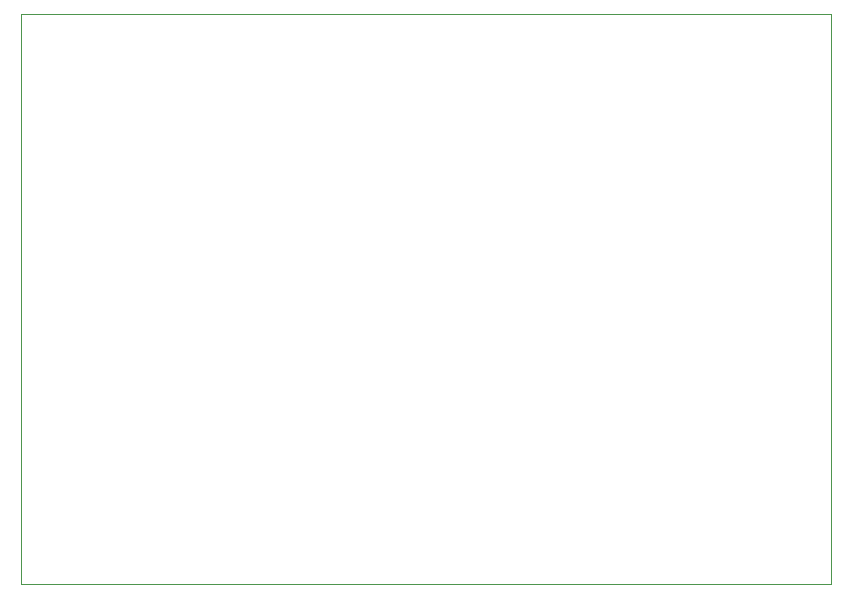
<source format=gbr>
G04 #@! TF.GenerationSoftware,KiCad,Pcbnew,5.1.5-52549c5~86~ubuntu18.04.1*
G04 #@! TF.CreationDate,2020-09-21T15:28:05-05:00*
G04 #@! TF.ProjectId,C07,4330372e-6b69-4636-9164-5f7063625858,rev?*
G04 #@! TF.SameCoordinates,Original*
G04 #@! TF.FileFunction,Profile,NP*
%FSLAX46Y46*%
G04 Gerber Fmt 4.6, Leading zero omitted, Abs format (unit mm)*
G04 Created by KiCad (PCBNEW 5.1.5-52549c5~86~ubuntu18.04.1) date 2020-09-21 15:28:05*
%MOMM*%
%LPD*%
G04 APERTURE LIST*
%ADD10C,0.050000*%
G04 APERTURE END LIST*
D10*
X88580000Y-20000000D02*
X88580000Y-68260000D01*
X20000000Y-68260000D02*
X88580000Y-68260000D01*
X20000000Y-20000000D02*
X88580000Y-20000000D01*
X20000000Y-20000000D02*
X20000000Y-68260000D01*
M02*

</source>
